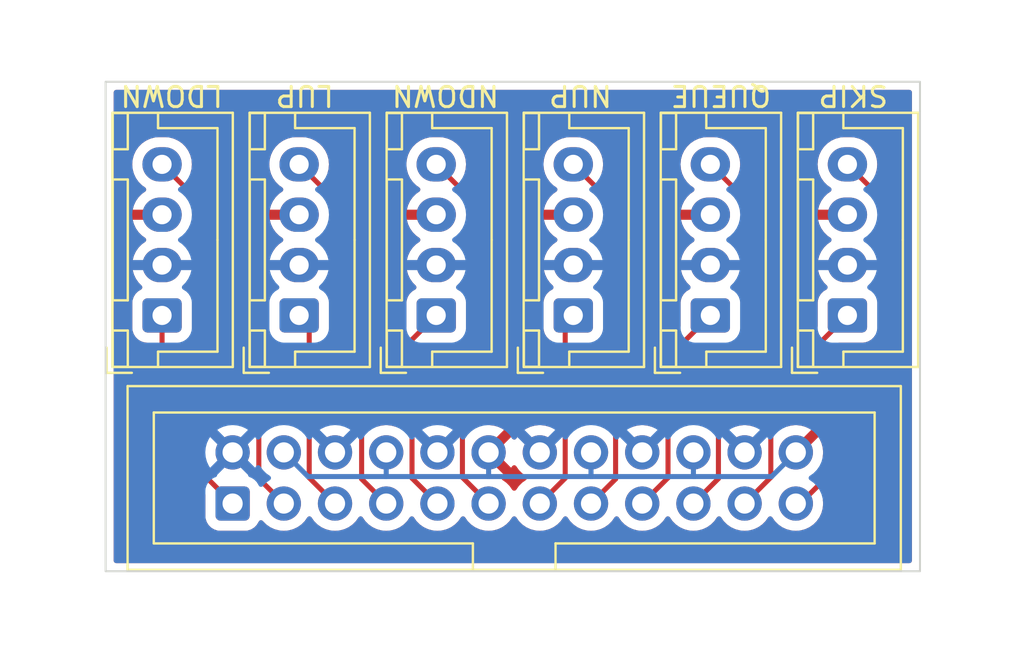
<source format=kicad_pcb>
(kicad_pcb (version 20221018) (generator pcbnew)
  (layers (0 "F.Cu" signal) (31 "B.Cu" signal) (34 "B.Paste" user) (35 "F.Paste" user) (36 "B.SilkS" user "B.Silkscreen") (37 "F.SilkS" user "F.Silkscreen") (38 "B.Mask" user) (39 "F.Mask" user) (44 "Edge.Cuts" user))
  (net 0 "")
  (net 1 "BUTTON1")
  (net 2 "GND")
  (net 3 "BUTTON1_LED")
  (net 4 "+5V")
  (net 5 "BUTTON2")
  (net 6 "BUTTON2_LED")
  (net 7 "BUTTON3")
  (net 8 "BUTTON3_LED")
  (net 9 "BUTTON4")
  (net 10 "BUTTON4_LED")
  (net 11 "BUTTON5")
  (net 12 "BUTTON5_LED")
  (net 13 "BUTTON6")
  (net 14 "BUTTON6_LED")
  (footprint "Connector_JST:JST_XH_B4B-XH-A_1x04_P2.50mm_Vertical" (layer "F.Cu") (at 184.2 107.1 90)
    (fp_text reference "J6" hide)
    (fp_text value "BUTTON_3")
    (fp_line (start -2.85 -2.75) (end -2.85 -1.5) (stroke (width 0.12)) (layer "F.SilkS"))
    (fp_line (start -2.56 -2.46) (end -2.56 3.51) (stroke (width 0.12)) (layer "F.SilkS"))
    (fp_line (start -2.56 3.51) (end 10.06 3.51) (stroke (width 0.12)) (layer "F.SilkS"))
    (fp_line (start -2.55 -2.45) (end -2.55 -1.7) (stroke (width 0.12)) (layer "F.SilkS"))
    (fp_line (start -2.55 -1.7) (end -0.75 -1.7) (stroke (width 0.12)) (layer "F.SilkS"))
    (fp_line (start -2.55 -0.2) (end -1.8 -0.2) (stroke (width 0.12)) (layer "F.SilkS"))
    (fp_line (start -1.8 -0.2) (end -1.8 2.75) (stroke (width 0.12)) (layer "F.SilkS"))
    (fp_line (start -1.8 2.75) (end 3.75 2.75) (stroke (width 0.12)) (layer "F.SilkS"))
    (fp_line (start -1.6 -2.75) (end -2.85 -2.75) (stroke (width 0.12)) (layer "F.SilkS"))
    (fp_line (start -0.75 -2.45) (end -2.55 -2.45) (stroke (width 0.12)) (layer "F.SilkS"))
    (fp_line (start -0.75 -1.7) (end -0.75 -2.45) (stroke (width 0.12)) (layer "F.SilkS"))
    (fp_line (start 0.75 -2.45) (end 0.75 -1.7) (stroke (width 0.12)) (layer "F.SilkS"))
    (fp_line (start 0.75 -1.7) (end 6.75 -1.7) (stroke (width 0.12)) (layer "F.SilkS"))
    (fp_line (start 6.75 -2.45) (end 0.75 -2.45) (stroke (width 0.12)) (layer "F.SilkS"))
    (fp_line (start 6.75 -1.7) (end 6.75 -2.45) (stroke (width 0.12)) (layer "F.SilkS"))
    (fp_line (start 8.25 -2.45) (end 8.25 -1.7) (stroke (width 0.12)) (layer "F.SilkS"))
    (fp_line (start 8.25 -1.7) (end 10.05 -1.7) (stroke (width 0.12)) (layer "F.SilkS"))
    (fp_line (start 9.3 -0.2) (end 9.3 2.75) (stroke (width 0.12)) (layer "F.SilkS"))
    (fp_line (start 9.3 2.75) (end 3.75 2.75) (stroke (width 0.12)) (layer "F.SilkS"))
    (fp_line (start 10.05 -2.45) (end 8.25 -2.45) (stroke (width 0.12)) (layer "F.SilkS"))
    (fp_line (start 10.05 -1.7) (end 10.05 -2.45) (stroke (width 0.12)) (layer "F.SilkS"))
    (fp_line (start 10.05 -0.2) (end 9.3 -0.2) (stroke (width 0.12)) (layer "F.SilkS"))
    (fp_line (start 10.06 -2.46) (end -2.56 -2.46) (stroke (width 0.12)) (layer "F.SilkS"))
    (fp_line (start 10.06 3.51) (end 10.06 -2.46) (stroke (width 0.12)) (layer "F.SilkS"))
    (pad "1" thru_hole roundrect (at 0 0 90) (size 1.7 1.95) (drill 0.95) (layers "*.Cu" "*.Mask") (roundrect_rratio 0.1470588235) (net 7 "BUTTON3"))
    (pad "2" thru_hole oval (at 2.5 0 90) (size 1.7 1.95) (drill 0.95) (layers "*.Cu" "*.Mask") (net 2 "GND"))
    (pad "3" thru_hole oval (at 5 0 90) (size 1.7 1.95) (drill 0.95) (layers "*.Cu" "*.Mask") (net 4 "+5V"))
    (pad "4" thru_hole oval (at 7.5 0 90) (size 1.7 1.95) (drill 0.95) (layers "*.Cu" "*.Mask") (net 8 "BUTTON3_LED"))
  )
  (footprint "Connector_JST:JST_XH_B4B-XH-A_1x04_P2.50mm_Vertical" (layer "F.Cu") (at 204.6 107.1 90)
    (fp_text reference "J5" hide)
    (fp_text value "BUTTON_6")
    (fp_line (start -2.85 -2.75) (end -2.85 -1.5) (stroke (width 0.12)) (layer "F.SilkS"))
    (fp_line (start -2.56 -2.46) (end -2.56 3.51) (stroke (width 0.12)) (layer "F.SilkS"))
    (fp_line (start -2.56 3.51) (end 10.06 3.51) (stroke (width 0.12)) (layer "F.SilkS"))
    (fp_line (start -2.55 -2.45) (end -2.55 -1.7) (stroke (width 0.12)) (layer "F.SilkS"))
    (fp_line (start -2.55 -1.7) (end -0.75 -1.7) (stroke (width 0.12)) (layer "F.SilkS"))
    (fp_line (start -2.55 -0.2) (end -1.8 -0.2) (stroke (width 0.12)) (layer "F.SilkS"))
    (fp_line (start -1.8 -0.2) (end -1.8 2.75) (stroke (width 0.12)) (layer "F.SilkS"))
    (fp_line (start -1.8 2.75) (end 3.75 2.75) (stroke (width 0.12)) (layer "F.SilkS"))
    (fp_line (start -1.6 -2.75) (end -2.85 -2.75) (stroke (width 0.12)) (layer "F.SilkS"))
    (fp_line (start -0.75 -2.45) (end -2.55 -2.45) (stroke (width 0.12)) (layer "F.SilkS"))
    (fp_line (start -0.75 -1.7) (end -0.75 -2.45) (stroke (width 0.12)) (layer "F.SilkS"))
    (fp_line (start 0.75 -2.45) (end 0.75 -1.7) (stroke (width 0.12)) (layer "F.SilkS"))
    (fp_line (start 0.75 -1.7) (end 6.75 -1.7) (stroke (width 0.12)) (layer "F.SilkS"))
    (fp_line (start 6.75 -2.45) (end 0.75 -2.45) (stroke (width 0.12)) (layer "F.SilkS"))
    (fp_line (start 6.75 -1.7) (end 6.75 -2.45) (stroke (width 0.12)) (layer "F.SilkS"))
    (fp_line (start 8.25 -2.45) (end 8.25 -1.7) (stroke (width 0.12)) (layer "F.SilkS"))
    (fp_line (start 8.25 -1.7) (end 10.05 -1.7) (stroke (width 0.12)) (layer "F.SilkS"))
    (fp_line (start 9.3 -0.2) (end 9.3 2.75) (stroke (width 0.12)) (layer "F.SilkS"))
    (fp_line (start 9.3 2.75) (end 3.75 2.75) (stroke (width 0.12)) (layer "F.SilkS"))
    (fp_line (start 10.05 -2.45) (end 8.25 -2.45) (stroke (width 0.12)) (layer "F.SilkS"))
    (fp_line (start 10.05 -1.7) (end 10.05 -2.45) (stroke (width 0.12)) (layer "F.SilkS"))
    (fp_line (start 10.05 -0.2) (end 9.3 -0.2) (stroke (width 0.12)) (layer "F.SilkS"))
    (fp_line (start 10.06 -2.46) (end -2.56 -2.46) (stroke (width 0.12)) (layer "F.SilkS"))
    (fp_line (start 10.06 3.51) (end 10.06 -2.46) (stroke (width 0.12)) (layer "F.SilkS"))
    (pad "1" thru_hole roundrect (at 0 0 90) (size 1.7 1.95) (drill 0.95) (layers "*.Cu" "*.Mask") (roundrect_rratio 0.1470588235) (net 13 "BUTTON6"))
    (pad "2" thru_hole oval (at 2.5 0 90) (size 1.7 1.95) (drill 0.95) (layers "*.Cu" "*.Mask") (net 2 "GND"))
    (pad "3" thru_hole oval (at 5 0 90) (size 1.7 1.95) (drill 0.95) (layers "*.Cu" "*.Mask") (net 4 "+5V"))
    (pad "4" thru_hole oval (at 7.5 0 90) (size 1.7 1.95) (drill 0.95) (layers "*.Cu" "*.Mask") (net 14 "BUTTON6_LED"))
  )
  (footprint "Connector_JST:JST_XH_B4B-XH-A_1x04_P2.50mm_Vertical" (layer "F.Cu") (at 197.8 107.1 90)
    (fp_text reference "J3" hide)
    (fp_text value "BUTTON_5")
    (fp_line (start -2.85 -2.75) (end -2.85 -1.5) (stroke (width 0.12)) (layer "F.SilkS"))
    (fp_line (start -2.56 -2.46) (end -2.56 3.51) (stroke (width 0.12)) (layer "F.SilkS"))
    (fp_line (start -2.56 3.51) (end 10.06 3.51) (stroke (width 0.12)) (layer "F.SilkS"))
    (fp_line (start -2.55 -2.45) (end -2.55 -1.7) (stroke (width 0.12)) (layer "F.SilkS"))
    (fp_line (start -2.55 -1.7) (end -0.75 -1.7) (stroke (width 0.12)) (layer "F.SilkS"))
    (fp_line (start -2.55 -0.2) (end -1.8 -0.2) (stroke (width 0.12)) (layer "F.SilkS"))
    (fp_line (start -1.8 -0.2) (end -1.8 2.75) (stroke (width 0.12)) (layer "F.SilkS"))
    (fp_line (start -1.8 2.75) (end 3.75 2.75) (stroke (width 0.12)) (layer "F.SilkS"))
    (fp_line (start -1.6 -2.75) (end -2.85 -2.75) (stroke (width 0.12)) (layer "F.SilkS"))
    (fp_line (start -0.75 -2.45) (end -2.55 -2.45) (stroke (width 0.12)) (layer "F.SilkS"))
    (fp_line (start -0.75 -1.7) (end -0.75 -2.45) (stroke (width 0.12)) (layer "F.SilkS"))
    (fp_line (start 0.75 -2.45) (end 0.75 -1.7) (stroke (width 0.12)) (layer "F.SilkS"))
    (fp_line (start 0.75 -1.7) (end 6.75 -1.7) (stroke (width 0.12)) (layer "F.SilkS"))
    (fp_line (start 6.75 -2.45) (end 0.75 -2.45) (stroke (width 0.12)) (layer "F.SilkS"))
    (fp_line (start 6.75 -1.7) (end 6.75 -2.45) (stroke (width 0.12)) (layer "F.SilkS"))
    (fp_line (start 8.25 -2.45) (end 8.25 -1.7) (stroke (width 0.12)) (layer "F.SilkS"))
    (fp_line (start 8.25 -1.7) (end 10.05 -1.7) (stroke (width 0.12)) (layer "F.SilkS"))
    (fp_line (start 9.3 -0.2) (end 9.3 2.75) (stroke (width 0.12)) (layer "F.SilkS"))
    (fp_line (start 9.3 2.75) (end 3.75 2.75) (stroke (width 0.12)) (layer "F.SilkS"))
    (fp_line (start 10.05 -2.45) (end 8.25 -2.45) (stroke (width 0.12)) (layer "F.SilkS"))
    (fp_line (start 10.05 -1.7) (end 10.05 -2.45) (stroke (width 0.12)) (layer "F.SilkS"))
    (fp_line (start 10.05 -0.2) (end 9.3 -0.2) (stroke (width 0.12)) (layer "F.SilkS"))
    (fp_line (start 10.06 -2.46) (end -2.56 -2.46) (stroke (width 0.12)) (layer "F.SilkS"))
    (fp_line (start 10.06 3.51) (end 10.06 -2.46) (stroke (width 0.12)) (layer "F.SilkS"))
    (pad "1" thru_hole roundrect (at 0 0 90) (size 1.7 1.95) (drill 0.95) (layers "*.Cu" "*.Mask") (roundrect_rratio 0.1470588235) (net 11 "BUTTON5"))
    (pad "2" thru_hole oval (at 2.5 0 90) (size 1.7 1.95) (drill 0.95) (layers "*.Cu" "*.Mask") (net 2 "GND"))
    (pad "3" thru_hole oval (at 5 0 90) (size 1.7 1.95) (drill 0.95) (layers "*.Cu" "*.Mask") (net 4 "+5V"))
    (pad "4" thru_hole oval (at 7.5 0 90) (size 1.7 1.95) (drill 0.95) (layers "*.Cu" "*.Mask") (net 12 "BUTTON5_LED"))
  )
  (footprint "Connector_JST:JST_XH_B4B-XH-A_1x04_P2.50mm_Vertical" (layer "F.Cu") (at 170.6 107.1 90)
    (fp_text reference "J2" hide)
    (fp_text value "BUTTON_1")
    (fp_line (start -2.85 -2.75) (end -2.85 -1.5) (stroke (width 0.12)) (layer "F.SilkS"))
    (fp_line (start -2.56 -2.46) (end -2.56 3.51) (stroke (width 0.12)) (layer "F.SilkS"))
    (fp_line (start -2.56 3.51) (end 10.06 3.51) (stroke (width 0.12)) (layer "F.SilkS"))
    (fp_line (start -2.55 -2.45) (end -2.55 -1.7) (stroke (width 0.12)) (layer "F.SilkS"))
    (fp_line (start -2.55 -1.7) (end -0.75 -1.7) (stroke (width 0.12)) (layer "F.SilkS"))
    (fp_line (start -2.55 -0.2) (end -1.8 -0.2) (stroke (width 0.12)) (layer "F.SilkS"))
    (fp_line (start -1.8 -0.2) (end -1.8 2.75) (stroke (width 0.12)) (layer "F.SilkS"))
    (fp_line (start -1.8 2.75) (end 3.75 2.75) (stroke (width 0.12)) (layer "F.SilkS"))
    (fp_line (start -1.6 -2.75) (end -2.85 -2.75) (stroke (width 0.12)) (layer "F.SilkS"))
    (fp_line (start -0.75 -2.45) (end -2.55 -2.45) (stroke (width 0.12)) (layer "F.SilkS"))
    (fp_line (start -0.75 -1.7) (end -0.75 -2.45) (stroke (width 0.12)) (layer "F.SilkS"))
    (fp_line (start 0.75 -2.45) (end 0.75 -1.7) (stroke (width 0.12)) (layer "F.SilkS"))
    (fp_line (start 0.75 -1.7) (end 6.75 -1.7) (stroke (width 0.12)) (layer "F.SilkS"))
    (fp_line (start 6.75 -2.45) (end 0.75 -2.45) (stroke (width 0.12)) (layer "F.SilkS"))
    (fp_line (start 6.75 -1.7) (end 6.75 -2.45) (stroke (width 0.12)) (layer "F.SilkS"))
    (fp_line (start 8.25 -2.45) (end 8.25 -1.7) (stroke (width 0.12)) (layer "F.SilkS"))
    (fp_line (start 8.25 -1.7) (end 10.05 -1.7) (stroke (width 0.12)) (layer "F.SilkS"))
    (fp_line (start 9.3 -0.2) (end 9.3 2.75) (stroke (width 0.12)) (layer "F.SilkS"))
    (fp_line (start 9.3 2.75) (end 3.75 2.75) (stroke (width 0.12)) (layer "F.SilkS"))
    (fp_line (start 10.05 -2.45) (end 8.25 -2.45) (stroke (width 0.12)) (layer "F.SilkS"))
    (fp_line (start 10.05 -1.7) (end 10.05 -2.45) (stroke (width 0.12)) (layer "F.SilkS"))
    (fp_line (start 10.05 -0.2) (end 9.3 -0.2) (stroke (width 0.12)) (layer "F.SilkS"))
    (fp_line (start 10.06 -2.46) (end -2.56 -2.46) (stroke (width 0.12)) (layer "F.SilkS"))
    (fp_line (start 10.06 3.51) (end 10.06 -2.46) (stroke (width 0.12)) (layer "F.SilkS"))
    (pad "1" thru_hole roundrect (at 0 0 90) (size 1.7 1.95) (drill 0.95) (layers "*.Cu" "*.Mask") (roundrect_rratio 0.1470588235) (net 1 "BUTTON1"))
    (pad "2" thru_hole oval (at 2.5 0 90) (size 1.7 1.95) (drill 0.95) (layers "*.Cu" "*.Mask") (net 2 "GND"))
    (pad "3" thru_hole oval (at 5 0 90) (size 1.7 1.95) (drill 0.95) (layers "*.Cu" "*.Mask") (net 4 "+5V"))
    (pad "4" thru_hole oval (at 7.5 0 90) (size 1.7 1.95) (drill 0.95) (layers "*.Cu" "*.Mask") (net 3 "BUTTON1_LED"))
  )
  (footprint "Connector_IDC:IDC-Header_2x12_P2.54mm_Vertical" (layer "F.Cu") (at 174.1 116.44 90)
    (fp_text reference "J1" hide)
    (fp_text value "Conn_02x12_Odd_Even")
    (fp_line (start -3.29 -5.21) (end 5.83 -5.21) (stroke (width 0.12)) (layer "F.SilkS"))
    (fp_line (start -3.29 11.92) (end -1.98 11.92) (stroke (width 0.12)) (layer "F.SilkS"))
    (fp_line (start -3.29 33.15) (end -3.29 -5.21) (stroke (width 0.12)) (layer "F.SilkS"))
    (fp_line (start -1.98 -3.91) (end 4.52 -3.91) (stroke (width 0.12)) (layer "F.SilkS"))
    (fp_line (start -1.98 11.92) (end -1.98 -3.91) (stroke (width 0.12)) (layer "F.SilkS"))
    (fp_line (start -1.98 16.02) (end -3.29 16.02) (stroke (width 0.12)) (layer "F.SilkS"))
    (fp_line (start -1.98 16.02) (end -1.98 16.02) (stroke (width 0.12)) (layer "F.SilkS"))
    (fp_line (start -1.98 31.85) (end -1.98 16.02) (stroke (width 0.12)) (layer "F.SilkS"))
    (fp_line (start 4.52 -3.91) (end 4.52 31.85) (stroke (width 0.12)) (layer "F.SilkS"))
    (fp_line (start 4.52 31.85) (end -1.98 31.85) (stroke (width 0.12)) (layer "F.SilkS"))
    (fp_line (start 5.83 -5.21) (end 5.83 33.15) (stroke (width 0.12)) (layer "F.SilkS"))
    (fp_line (start 5.83 33.15) (end -3.29 33.15) (stroke (width 0.12)) (layer "F.SilkS"))
    (pad "1" thru_hole roundrect (at 0 0 90) (size 1.7 1.7) (drill 1) (layers "*.Cu" "*.Mask") (roundrect_rratio 0.1470588235) (net 1 "BUTTON1"))
    (pad "2" thru_hole circle (at 2.54 0 90) (size 1.7 1.7) (drill 1) (layers "*.Cu" "*.Mask") (net 2 "GND"))
    (pad "3" thru_hole circle (at 0 2.54 90) (size 1.7 1.7) (drill 1) (layers "*.Cu" "*.Mask") (net 3 "BUTTON1_LED"))
    (pad "4" thru_hole circle (at 2.54 2.54 90) (size 1.7 1.7) (drill 1) (layers "*.Cu" "*.Mask") (net 4 "+5V"))
    (pad "5" thru_hole circle (at 0 5.08 90) (size 1.7 1.7) (drill 1) (layers "*.Cu" "*.Mask") (net 5 "BUTTON2"))
    (pad "6" thru_hole circle (at 2.54 5.08 90) (size 1.7 1.7) (drill 1) (layers "*.Cu" "*.Mask") (net 2 "GND"))
    (pad "7" thru_hole circle (at 0 7.62 90) (size 1.7 1.7) (drill 1) (layers "*.Cu" "*.Mask") (net 6 "BUTTON2_LED"))
    (pad "8" thru_hole circle (at 2.54 7.62 90) (size 1.7 1.7) (drill 1) (layers "*.Cu" "*.Mask") (net 4 "+5V"))
    (pad "9" thru_hole circle (at 0 10.16 90) (size 1.7 1.7) (drill 1) (layers "*.Cu" "*.Mask") (net 7 "BUTTON3"))
    (pad "10" thru_hole circle (at 2.54 10.16 90) (size 1.7 1.7) (drill 1) (layers "*.Cu" "*.Mask") (net 2 "GND"))
    (pad "11" thru_hole circle (at 0 12.7 90) (size 1.7 1.7) (drill 1) (layers "*.Cu" "*.Mask") (net 8 "BUTTON3_LED"))
    (pad "12" thru_hole circle (at 2.54 12.7 90) (size 1.7 1.7) (drill 1) (layers "*.Cu" "*.Mask") (net 4 "+5V"))
    (pad "13" thru_hole circle (at 0 15.24 90) (size 1.7 1.7) (drill 1) (layers "*.Cu" "*.Mask") (net 9 "BUTTON4"))
    (pad "14" thru_hole circle (at 2.54 15.24 90) (size 1.7 1.7) (drill 1) (layers "*.Cu" "*.Mask") (net 2 "GND"))
    (pad "15" thru_hole circle (at 0 17.78 90) (size 1.7 1.7) (drill 1) (layers "*.Cu" "*.Mask") (net 10 "BUTTON4_LED"))
    (pad "16" thru_hole circle (at 2.54 17.78 90) (size 1.7 1.7) (drill 1) (layers "*.Cu" "*.Mask") (net 4 "+5V"))
    (pad "17" thru_hole circle (at 0 20.32 90) (size 1.7 1.7) (drill 1) (layers "*.Cu" "*.Mask") (net 11 "BUTTON5"))
    (pad "18" thru_hole circle (at 2.54 20.32 90) (size 1.7 1.7) (drill 1) (layers "*.Cu" "*.Mask") (net 2 "GND"))
    (pad "19" thru_hole circle (at 0 22.86 90) (size 1.7 1.7) (drill 1) (layers "*.Cu" "*.Mask") (net 12 "BUTTON5_LED"))
    (pad "20" thru_hole circle (at 2.54 22.86 90) (size 1.7 1.7) (drill 1) (layers "*.Cu" "*.Mask") (net 4 "+5V"))
    (pad "21" thru_hole circle (at 0 25.4 90) (size 1.7 1.7) (drill 1) (layers "*.Cu" "*.Mask") (net 13 "BUTTON6"))
    (pad "22" thru_hole circle (at 2.54 25.4 90) (size 1.7 1.7) (drill 1) (layers "*.Cu" "*.Mask") (net 2 "GND"))
    (pad "23" thru_hole circle (at 0 27.94 90) (size 1.7 1.7) (drill 1) (layers "*.Cu" "*.Mask") (net 14 "BUTTON6_LED"))
    (pad "24" thru_hole circle (at 2.54 27.94 90) (size 1.7 1.7) (drill 1) (layers "*.Cu" "*.Mask") (net 4 "+5V"))
  )
  (footprint "Connector_JST:JST_XH_B4B-XH-A_1x04_P2.50mm_Vertical" (layer "F.Cu") (at 177.4 107.1 90)
    (fp_text reference "J4" hide)
    (fp_text value "BUTTON_2")
    (fp_line (start -2.85 -2.75) (end -2.85 -1.5) (stroke (width 0.12)) (layer "F.SilkS"))
    (fp_line (start -2.56 -2.46) (end -2.56 3.51) (stroke (width 0.12)) (layer "F.SilkS"))
    (fp_line (start -2.56 3.51) (end 10.06 3.51) (stroke (width 0.12)) (layer "F.SilkS"))
    (fp_line (start -2.55 -2.45) (end -2.55 -1.7) (stroke (width 0.12)) (layer "F.SilkS"))
    (fp_line (start -2.55 -1.7) (end -0.75 -1.7) (stroke (width 0.12)) (layer "F.SilkS"))
    (fp_line (start -2.55 -0.2) (end -1.8 -0.2) (stroke (width 0.12)) (layer "F.SilkS"))
    (fp_line (start -1.8 -0.2) (end -1.8 2.75) (stroke (width 0.12)) (layer "F.SilkS"))
    (fp_line (start -1.8 2.75) (end 3.75 2.75) (stroke (width 0.12)) (layer "F.SilkS"))
    (fp_line (start -1.6 -2.75) (end -2.85 -2.75) (stroke (width 0.12)) (layer "F.SilkS"))
    (fp_line (start -0.75 -2.45) (end -2.55 -2.45) (stroke (width 0.12)) (layer "F.SilkS"))
    (fp_line (start -0.75 -1.7) (end -0.75 -2.45) (stroke (width 0.12)) (layer "F.SilkS"))
    (fp_line (start 0.75 -2.45) (end 0.75 -1.7) (stroke (width 0.12)) (layer "F.SilkS"))
    (fp_line (start 0.75 -1.7) (end 6.75 -1.7) (stroke (width 0.12)) (layer "F.SilkS"))
    (fp_line (start 6.75 -2.45) (end 0.75 -2.45) (stroke (width 0.12)) (layer "F.SilkS"))
    (fp_line (start 6.75 -1.7) (end 6.75 -2.45) (stroke (width 0.12)) (layer "F.SilkS"))
    (fp_line (start 8.25 -2.45) (end 8.25 -1.7) (stroke (width 0.12)) (layer "F.SilkS"))
    (fp_line (start 8.25 -1.7) (end 10.05 -1.7) (stroke (width 0.12)) (layer "F.SilkS"))
    (fp_line (start 9.3 -0.2) (end 9.3 2.75) (stroke (width 0.12)) (layer "F.SilkS"))
    (fp_line (start 9.3 2.75) (end 3.75 2.75) (stroke (width 0.12)) (layer "F.SilkS"))
    (fp_line (start 10.05 -2.45) (end 8.25 -2.45) (stroke (width 0.12)) (layer "F.SilkS"))
    (fp_line (start 10.05 -1.7) (end 10.05 -2.45) (stroke (width 0.12)) (layer "F.SilkS"))
    (fp_line (start 10.05 -0.2) (end 9.3 -0.2) (stroke (width 0.12)) (layer "F.SilkS"))
    (fp_line (start 10.06 -2.46) (end -2.56 -2.46) (stroke (width 0.12)) (layer "F.SilkS"))
    (fp_line (start 10.06 3.51) (end 10.06 -2.46) (stroke (width 0.12)) (layer "F.SilkS"))
    (pad "1" thru_hole roundrect (at 0 0 90) (size 1.7 1.95) (drill 0.95) (layers "*.Cu" "*.Mask") (roundrect_rratio 0.1470588235) (net 5 "BUTTON2"))
    (pad "2" thru_hole oval (at 2.5 0 90) (size 1.7 1.95) (drill 0.95) (layers "*.Cu" "*.Mask") (net 2 "GND"))
    (pad "3" thru_hole oval (at 5 0 90) (size 1.7 1.95) (drill 0.95) (layers "*.Cu" "*.Mask") (net 4 "+5V"))
    (pad "4" thru_hole oval (at 7.5 0 90) (size 1.7 1.95) (drill 0.95) (layers "*.Cu" "*.Mask") (net 6 "BUTTON2_LED"))
  )
  (footprint "Connector_JST:JST_XH_B4B-XH-A_1x04_P2.50mm_Vertical" (layer "F.Cu") (at 191 107.1 90)
    (fp_text reference "J8" hide)
    (fp_text value "BUTTON_4")
    (fp_line (start -2.85 -2.75) (end -2.85 -1.5) (stroke (width 0.12)) (layer "F.SilkS"))
    (fp_line (start -2.56 -2.46) (end -2.56 3.51) (stroke (width 0.12)) (layer "F.SilkS"))
    (fp_line (start -2.56 3.51) (end 10.06 3.51) (stroke (width 0.12)) (layer "F.SilkS"))
    (fp_line (start -2.55 -2.45) (end -2.55 -1.7) (stroke (width 0.12)) (layer "F.SilkS"))
    (fp_line (start -2.55 -1.7) (end -0.75 -1.7) (stroke (width 0.12)) (layer "F.SilkS"))
    (fp_line (start -2.55 -0.2) (end -1.8 -0.2) (stroke (width 0.12)) (layer "F.SilkS"))
    (fp_line (start -1.8 -0.2) (end -1.8 2.75) (stroke (width 0.12)) (layer "F.SilkS"))
    (fp_line (start -1.8 2.75) (end 3.75 2.75) (stroke (width 0.12)) (layer "F.SilkS"))
    (fp_line (start -1.6 -2.75) (end -2.85 -2.75) (stroke (width 0.12)) (layer "F.SilkS"))
    (fp_line (start -0.75 -2.45) (end -2.55 -2.45) (stroke (width 0.12)) (layer "F.SilkS"))
    (fp_line (start -0.75 -1.7) (end -0.75 -2.45) (stroke (width 0.12)) (layer "F.SilkS"))
    (fp_line (start 0.75 -2.45) (end 0.75 -1.7) (stroke (width 0.12)) (layer "F.SilkS"))
    (fp_line (start 0.75 -1.7) (end 6.75 -1.7) (stroke (width 0.12)) (layer "F.SilkS"))
    (fp_line (start 6.75 -2.45) (end 0.75 -2.45) (stroke (width 0.12)) (layer "F.SilkS"))
    (fp_line (start 6.75 -1.7) (end 6.75 -2.45) (stroke (width 0.12)) (layer "F.SilkS"))
    (fp_line (start 8.25 -2.45) (end 8.25 -1.7) (stroke (width 0.12)) (layer "F.SilkS"))
    (fp_line (start 8.25 -1.7) (end 10.05 -1.7) (stroke (width 0.12)) (layer "F.SilkS"))
    (fp_line (start 9.3 -0.2) (end 9.3 2.75) (stroke (width 0.12)) (layer "F.SilkS"))
    (fp_line (start 9.3 2.75) (end 3.75 2.75) (stroke (width 0.12)) (layer "F.SilkS"))
    (fp_line (start 10.05 -2.45) (end 8.25 -2.45) (stroke (width 0.12)) (layer "F.SilkS"))
    (fp_line (start 10.05 -1.7) (end 10.05 -2.45) (stroke (width 0.12)) (layer "F.SilkS"))
    (fp_line (start 10.05 -0.2) (end 9.3 -0.2) (stroke (width 0.12)) (layer "F.SilkS"))
    (fp_line (start 10.06 -2.46) (end -2.56 -2.46) (stroke (width 0.12)) (layer "F.SilkS"))
    (fp_line (start 10.06 3.51) (end 10.06 -2.46) (stroke (width 0.12)) (layer "F.SilkS"))
    (pad "1" thru_hole roundrect (at 0 0 90) (size 1.7 1.95) (drill 0.95) (layers "*.Cu" "*.Mask") (roundrect_rratio 0.1470588235) (net 9 "BUTTON4"))
    (pad "2" thru_hole oval (at 2.5 0 90) (size 1.7 1.95) (drill 0.95) (layers "*.Cu" "*.Mask") (net 2 "GND"))
    (pad "3" thru_hole oval (at 5 0 90) (size 1.7 1.95) (drill 0.95) (layers "*.Cu" "*.Mask") (net 4 "+5V"))
    (pad "4" thru_hole oval (at 7.5 0 90) (size 1.7 1.95) (drill 0.95) (layers "*.Cu" "*.Mask") (net 10 "BUTTON4_LED"))
  )
  (gr_rect (start 167.8 95.5) (end 208.2 119.8) (stroke (width 0.1)) (fill none) (layer "Edge.Cuts"))
  (gr_text "LDOWN" (at 173.7 95.6 180) (layer "F.SilkS") (effects (font (size 1 1)) (justify left bottom)))
  (gr_text "NDOWN" (at 187.4 95.6 180) (layer "F.SilkS") (effects (font (size 1 1)) (justify left bottom)))
  (gr_text "NUP" (at 193 95.6 180) (layer "F.SilkS") (effects (font (size 1 1)) (justify left bottom)))
  (gr_text "SKIP" (at 206.7 95.6 180) (layer "F.SilkS") (effects (font (size 1 1)) (justify left bottom)))
  (gr_text "LUP" (at 179.2 95.6 180) (layer "F.SilkS") (effects (font (size 1 1)) (justify left bottom)))
  (gr_text "QUEUE" (at 200.9 95.6 180) (layer "F.SilkS") (effects (font (size 1 1)) (justify left bottom)))
  (segment (start 170.6 112.94) (end 174.1 116.44) (width 0.25) (layer "F.Cu") (net 1))
  (segment (start 170.6 107.1) (end 170.6 112.94) (width 0.25) (layer "F.Cu") (net 1))
  (segment (start 175.4 104.4) (end 170.6 99.6) (width 0.25) (layer "F.Cu") (net 3))
  (segment (start 175.4 115.2) (end 175.4 104.4) (width 0.25) (layer "F.Cu") (net 3))
  (segment (start 176.64 116.44) (end 175.4 115.2) (width 0.25) (layer "F.Cu") (net 3))
  (segment (start 191.88 115.08) (end 191.9 115.1) (width 0.25) (layer "B.Cu") (net 4))
  (segment (start 200.84 115.1) (end 202.04 113.9) (width 0.25) (layer "B.Cu") (net 4))
  (segment (start 191.9 115.1) (end 197 115.1) (width 0.25) (layer "B.Cu") (net 4))
  (segment (start 186.8 113.9) (end 186.8 115.1) (width 0.25) (layer "B.Cu") (net 4))
  (segment (start 181.72 115.08) (end 181.7 115.1) (width 0.25) (layer "B.Cu") (net 4))
  (segment (start 186.8 115.1) (end 191.9 115.1) (width 0.25) (layer "B.Cu") (net 4))
  (segment (start 181.72 113.9) (end 181.72 115.08) (width 0.25) (layer "B.Cu") (net 4))
  (segment (start 196.96 115.06) (end 197 115.1) (width 0.25) (layer "B.Cu") (net 4))
  (segment (start 196.96 113.9) (end 196.96 115.06) (width 0.25) (layer "B.Cu") (net 4))
  (segment (start 181.7 115.1) (end 186.8 115.1) (width 0.25) (layer "B.Cu") (net 4))
  (segment (start 177.84 115.1) (end 181.7 115.1) (width 0.25) (layer "B.Cu") (net 4))
  (segment (start 197 115.1) (end 200.84 115.1) (width 0.25) (layer "B.Cu") (net 4))
  (segment (start 176.64 113.9) (end 177.84 115.1) (width 0.25) (layer "B.Cu") (net 4))
  (segment (start 191.88 113.9) (end 191.88 115.08) (width 0.25) (layer "B.Cu") (net 4))
  (segment (start 177.9 115.16) (end 179.18 116.44) (width 0.25) (layer "F.Cu") (net 5))
  (segment (start 177.4 107.1) (end 177.9 107.6) (width 0.25) (layer "F.Cu") (net 5))
  (segment (start 177.9 107.6) (end 177.9 115.16) (width 0.25) (layer "F.Cu") (net 5))
  (segment (start 180.5 102.7) (end 177.4 99.6) (width 0.25) (layer "F.Cu") (net 6))
  (segment (start 181.72 116.44) (end 180.5 115.22) (width 0.25) (layer "F.Cu") (net 6))
  (segment (start 180.5 115.22) (end 180.5 102.7) (width 0.25) (layer "F.Cu") (net 6))
  (segment (start 183 108.3) (end 183 115.18) (width 0.25) (layer "F.Cu") (net 7))
  (segment (start 183 115.18) (end 184.26 116.44) (width 0.25) (layer "F.Cu") (net 7))
  (segment (start 184.2 107.1) (end 183 108.3) (width 0.25) (layer "F.Cu") (net 7))
  (segment (start 185.5 112.6) (end 186.5 111.6) (width 0.25) (layer "F.Cu") (net 8))
  (segment (start 186.8 116.44) (end 185.5 115.14) (width 0.25) (layer "F.Cu") (net 8))
  (segment (start 186.5 101.9) (end 184.2 99.6) (width 0.25) (layer "F.Cu") (net 8))
  (segment (start 185.5 115.14) (end 185.5 112.6) (width 0.25) (layer "F.Cu") (net 8))
  (segment (start 186.5 111.6) (end 186.5 101.9) (width 0.25) (layer "F.Cu") (net 8))
  (segment (start 190.6 115.18) (end 189.34 116.44) (width 0.25) (layer "F.Cu") (net 9))
  (segment (start 191 107.1) (end 190.6 107.5) (width 0.25) (layer "F.Cu") (net 9))
  (segment (start 190.6 107.5) (end 190.6 115.18) (width 0.25) (layer "F.Cu") (net 9))
  (segment (start 191.88 116.44) (end 193.1 115.22) (width 0.25) (layer "F.Cu") (net 10))
  (segment (start 193.1 101.7) (end 191 99.6) (width 0.25) (layer "F.Cu") (net 10))
  (segment (start 193.1 115.22) (end 193.1 101.7) (width 0.25) (layer "F.Cu") (net 10))
  (segment (start 194.42 116.44) (end 195.7 115.16) (width 0.25) (layer "F.Cu") (net 11))
  (segment (start 195.7 115.16) (end 195.7 109.2) (width 0.25) (layer "F.Cu") (net 11))
  (segment (start 195.7 109.2) (end 197.8 107.1) (width 0.25) (layer "F.Cu") (net 11))
  (segment (start 198.2 115.2) (end 198.2 111) (width 0.25) (layer "F.Cu") (net 12))
  (segment (start 200 109.2) (end 200 101.8) (width 0.25) (layer "F.Cu") (net 12))
  (segment (start 196.96 116.44) (end 198.2 115.2) (width 0.25) (layer "F.Cu") (net 12))
  (segment (start 198.2 111) (end 200 109.2) (width 0.25) (layer "F.Cu") (net 12))
  (segment (start 200 101.8) (end 197.8 99.6) (width 0.25) (layer "F.Cu") (net 12))
  (segment (start 200.8 110.9) (end 204.6 107.1) (width 0.25) (layer "F.Cu") (net 13))
  (segment (start 200.8 115.14) (end 200.8 110.9) (width 0.25) (layer "F.Cu") (net 13))
  (segment (start 199.5 116.44) (end 200.8 115.14) (width 0.25) (layer "F.Cu") (net 13))
  (segment (start 206.8 111.9) (end 206.8 101.8) (width 0.25) (layer "F.Cu") (net 14))
  (segment (start 202.26 116.44) (end 206.8 111.9) (width 0.25) (layer "F.Cu") (net 14))
  (segment (start 202.04 116.44) (end 202.26 116.44) (width 0.25) (layer "F.Cu") (net 14))
  (segment (start 206.8 101.8) (end 204.6 99.6) (width 0.25) (layer "F.Cu") (net 14))
  (zone (net 4) (net_name "+5V") (layer "F.Cu") (connect_pads (clearance 0.5)) (min_thickness 0.25) (fill yes (thermal_gap 0.5) (thermal_bridge_width 0.5))
    (polygon (pts (xy 165.1 93.98) (xy 165.1 121.92) (xy 210.82 121.92) (xy 210.82 93.98)))
  )
  (zone (net 2) (net_name "GND") (layer "B.Cu") (priority 1) (connect_pads (clearance 0.5)) (min_thickness 0.25) (fill yes (thermal_gap 0.5) (thermal_bridge_width 0.5))
    (polygon (pts (xy 162.56 91.44) (xy 162.56 124.46) (xy 213.36 124.46) (xy 213.36 91.44)))
  )
)
</source>
